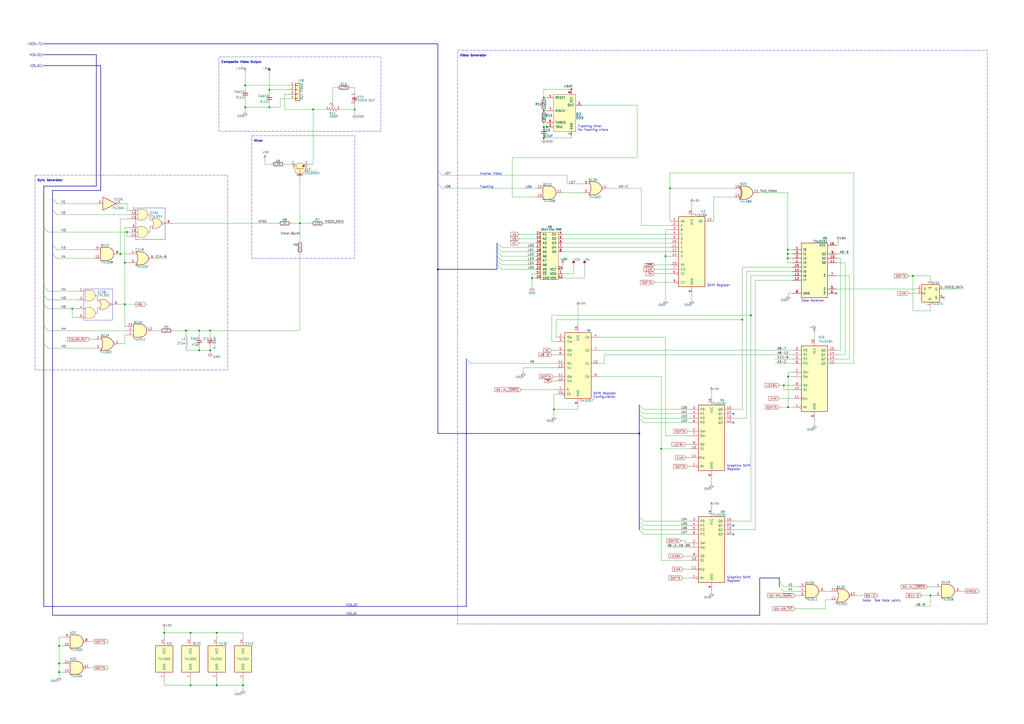
<source format=kicad_sch>
(kicad_sch (version 20230121) (generator eeschema)
  (paper "A2")
  (title_block (title "Apple II Schematic") (rev "0") (comment 1 "Captured from the Apple II Reference Manual (1979)"))
  (junction (at 115.57 203.2))
  (junction (at 315.468 73.66))
  (junction (at 115.57 191.77))
  (junction (at 539.75 345.44))
  (junction (at 142.24 49.53))
  (junction (at 173.99 129.54))
  (junction (at 383.54 260.35))
  (junction (at 140.97 397.51))
  (junction (at 121.92 203.2))
  (junction (at 430.53 185.42))
  (junction (at 69.85 147.32))
  (junction (at 315.468 80.01))
  (junction (at 110.49 397.51))
  (junction (at 457.2 236.22))
  (junction (at 370.84 251.46))
  (junction (at 110.49 367.03))
  (junction (at 254 156.21))
  (junction (at 34.29 384.81))
  (junction (at 529.59 160.02))
  (junction (at 142.24 62.23))
  (junction (at 454.66 223.52))
  (junction (at 456.946 144.78))
  (junction (at 456.946 147.32))
  (junction (at 181.61 63.5))
  (junction (at 308.61 161.29))
  (junction (at 156.21 62.23))
  (junction (at 41.91 179.07))
  (junction (at 73.66 134.62))
  (junction (at 457.2 218.44))
  (junction (at 107.95 191.77))
  (junction (at 435.61 182.88))
  (junction (at 95.25 367.03))
  (junction (at 315.468 56.642))
  (junction (at 34.29 389.89))
  (junction (at 72.39 152.4))
  (junction (at 317.246 73.66))
  (junction (at 331.47 51.816))
  (junction (at 156.21 52.07))
  (junction (at 34.29 374.65))
  (junction (at 125.73 397.51))
  (junction (at 386.08 148.59))
  (junction (at 315.468 64.262))
  (junction (at 456.946 149.86))
  (junction (at 72.39 176.53))
  (junction (at 388.62 109.22))
  (junction (at 321.31 237.49))
  (junction (at 125.73 367.03))
  (junction (at 205.74 63.5))
  (junction (at 121.92 191.77))
  (no_connect (at 425.45 245.11))
  (no_connect (at 425.45 309.88))
  (no_connect (at 425.45 304.8))
  (no_connect (at 425.45 240.03))
  (no_connect (at 485.14 170.18))
  (no_connect (at 547.37 172.72))
  (bus_entry (at 288.29 140.97) (size 2.54 2.54))
  (bus_entry (at 370.84 304.8) (size 2.54 2.54))
  (bus_entry (at 25.4 189.23) (size 2.54 2.54))
  (bus_entry (at 370.84 237.49) (size 2.54 2.54))
  (bus_entry (at 370.84 240.03) (size 2.54 2.54))
  (bus_entry (at 25.4 171.45) (size 2.54 2.54))
  (bus_entry (at 452.12 340.36) (size 2.54 2.54))
  (bus_entry (at 288.29 148.59) (size 2.54 2.54))
  (bus_entry (at 370.84 299.72) (size 2.54 2.54))
  (bus_entry (at 25.4 166.37) (size 2.54 2.54))
  (bus_entry (at 30.48 147.32) (size 2.54 2.54))
  (bus_entry (at 370.84 307.34) (size 2.54 2.54))
  (bus_entry (at 25.4 132.08) (size 2.54 2.54))
  (bus_entry (at 288.29 143.51) (size 2.54 2.54))
  (bus_entry (at 30.48 121.92) (size 2.54 2.54))
  (bus_entry (at 452.12 337.82) (size 2.54 2.54))
  (bus_entry (at 30.48 115.57) (size 2.54 2.54))
  (bus_entry (at 30.48 142.24) (size 2.54 2.54))
  (bus_entry (at 370.84 242.57) (size 2.54 2.54))
  (bus_entry (at 370.84 234.95) (size 2.54 2.54))
  (bus_entry (at 288.29 153.67) (size 2.54 2.54))
  (bus_entry (at 288.29 146.05) (size 2.54 2.54))
  (bus_entry (at 25.4 199.39) (size 2.54 2.54))
  (bus_entry (at 270.51 208.28) (size 2.54 2.54))
  (bus_entry (at 254 99.06) (size 2.54 2.54))
  (bus_entry (at 25.4 176.53) (size 2.54 2.54))
  (bus_entry (at 288.29 151.13) (size 2.54 2.54))
  (bus_entry (at 370.84 302.26) (size 2.54 2.54))
  (bus_entry (at 254 106.68) (size 2.54 2.54))
  (wire (pts (xy 33.02 144.78) (xy 54.61 144.78)))
  (bus (pts (xy 25.4 166.37) (xy 25.4 171.45)))
  (wire (pts (xy 326.39 138.43) (xy 388.62 138.43)))
  (wire (pts (xy 110.49 394.97) (xy 110.49 397.51)))
  (wire (pts (xy 73.66 134.62) (xy 74.93 134.62)))
  (wire (pts (xy 107.95 201.93) (xy 107.95 203.2)))
  (wire (pts (xy 173.99 129.54) (xy 173.99 139.7)))
  (wire (pts (xy 121.92 200.66) (xy 121.92 203.2)))
  (wire (pts (xy 156.21 59.69) (xy 156.21 62.23)))
  (wire (pts (xy 456.946 144.78) (xy 456.946 147.32)))
  (bus (pts (xy 370.84 234.95) (xy 370.84 237.49)))
  (bus (pts (xy 288.29 146.05) (xy 288.29 148.59)))
  (wire (pts (xy 181.61 63.5) (xy 181.61 95.25)))
  (wire (pts (xy 36.83 369.57) (xy 34.29 369.57)))
  (bus (pts (xy 30.48 142.24) (xy 30.48 147.32)))
  (wire (pts (xy 115.57 200.66) (xy 115.57 203.2)))
  (wire (pts (xy 297.18 91.44) (xy 297.18 114.3)))
  (wire (pts (xy 454.66 340.36) (xy 463.55 340.36)))
  (polyline (pts (xy 95.758 138.938) (xy 95.758 120.65)))
  (wire (pts (xy 326.39 146.05) (xy 388.62 146.05)))
  (wire (pts (xy 558.8 167.64) (xy 547.37 167.64)))
  (wire (pts (xy 386.08 133.35) (xy 388.62 133.35)))
  (wire (pts (xy 300.99 138.43) (xy 311.15 138.43)))
  (wire (pts (xy 372.11 130.81) (xy 388.62 130.81)))
  (wire (pts (xy 485.14 142.24) (xy 486.156 142.24)))
  (wire (pts (xy 396.24 330.2) (xy 400.05 330.2)))
  (wire (pts (xy 353.06 109.22) (xy 372.11 109.22)))
  (wire (pts (xy 539.75 345.44) (xy 542.29 345.44)))
  (wire (pts (xy 41.91 184.15) (xy 44.45 184.15)))
  (wire (pts (xy 401.32 173.99) (xy 401.32 171.45)))
  (wire (pts (xy 478.79 353.06) (xy 478.79 347.98)))
  (wire (pts (xy 179.07 95.25) (xy 181.61 95.25)))
  (wire (pts (xy 398.018 265.43) (xy 400.05 265.43)))
  (wire (pts (xy 485.394 147.32) (xy 492.76 147.32)))
  (wire (pts (xy 140.97 394.97) (xy 140.97 397.51)))
  (wire (pts (xy 347.98 203.2) (xy 459.74 203.2)))
  (wire (pts (xy 320.04 182.88) (xy 435.61 182.88)))
  (wire (pts (xy 36.83 374.65) (xy 34.29 374.65)))
  (wire (pts (xy 41.91 179.07) (xy 41.91 184.15)))
  (wire (pts (xy 433.07 242.57) (xy 433.07 157.48)))
  (wire (pts (xy 430.53 154.94) (xy 430.53 185.42)))
  (wire (pts (xy 256.54 101.6) (xy 328.93 101.6)))
  (wire (pts (xy 115.57 203.2) (xy 121.92 203.2)))
  (wire (pts (xy 495.3 100.33) (xy 388.62 100.33)))
  (wire (pts (xy 425.45 242.57) (xy 433.07 242.57)))
  (wire (pts (xy 205.74 50.8) (xy 203.2 50.8)))
  (wire (pts (xy 36.83 389.89) (xy 34.29 389.89)))
  (wire (pts (xy 456.946 152.4) (xy 459.74 152.4)))
  (wire (pts (xy 173.99 191.77) (xy 121.92 191.77)))
  (wire (pts (xy 315.468 79.502) (xy 315.468 80.01)))
  (wire (pts (xy 303.53 213.36) (xy 303.53 215.9)))
  (wire (pts (xy 399.034 270.51) (xy 400.05 270.51)))
  (wire (pts (xy 290.83 148.59) (xy 311.15 148.59)))
  (wire (pts (xy 456.946 144.78) (xy 459.74 144.78)))
  (wire (pts (xy 290.83 151.13) (xy 311.15 151.13)))
  (wire (pts (xy 33.02 149.86) (xy 54.61 149.86)))
  (wire (pts (xy 205.74 60.96) (xy 205.74 63.5)))
  (wire (pts (xy 107.95 191.77) (xy 115.57 191.77)))
  (wire (pts (xy 530.352 351.79) (xy 539.75 351.79)))
  (wire (pts (xy 452.12 223.52) (xy 454.66 223.52)))
  (bus (pts (xy 254 251.46) (xy 370.84 251.46)))
  (wire (pts (xy 414.02 114.3) (xy 414.02 128.27)))
  (wire (pts (xy 492.76 208.28) (xy 492.76 160.02)))
  (wire (pts (xy 337.82 60.96) (xy 369.57 60.96)))
  (wire (pts (xy 34.29 384.81) (xy 34.29 389.89)))
  (wire (pts (xy 142.24 49.53) (xy 167.64 49.53)))
  (wire (pts (xy 534.67 345.44) (xy 539.75 345.44)))
  (wire (pts (xy 394.97 313.69) (xy 397.51 313.69)))
  (wire (pts (xy 142.24 41.91) (xy 142.24 49.53)))
  (wire (pts (xy 95.25 394.97) (xy 95.25 397.51)))
  (wire (pts (xy 373.38 307.34) (xy 400.05 307.34)))
  (bus (pts (xy 25.4 189.23) (xy 25.4 199.39)))
  (bus (pts (xy 440.69 356.87) (xy 30.48 356.87)))
  (wire (pts (xy 308.61 158.75) (xy 308.61 161.29)))
  (wire (pts (xy 95.25 369.57) (xy 95.25 367.03)))
  (wire (pts (xy 396.24 322.58) (xy 400.05 322.58)))
  (wire (pts (xy 317.246 71.12) (xy 317.246 73.66)))
  (wire (pts (xy 69.85 127) (xy 74.93 127)))
  (polyline (pts (xy 48.768 167.64) (xy 65.278 167.64)))
  (wire (pts (xy 379.73 156.21) (xy 388.62 156.21)))
  (wire (pts (xy 425.45 307.34) (xy 438.15 307.34)))
  (wire (pts (xy 401.32 118.11) (xy 401.32 120.65)))
  (bus (pts (xy 288.29 153.67) (xy 288.29 156.21)))
  (wire (pts (xy 388.62 109.22) (xy 425.45 109.22)))
  (wire (pts (xy 167.64 54.61) (xy 165.1 54.61)))
  (wire (pts (xy 495.3 210.82) (xy 495.3 100.33)))
  (wire (pts (xy 72.39 176.53) (xy 72.39 189.23)))
  (bus (pts (xy 254 106.68) (xy 254 156.21)))
  (wire (pts (xy 322.58 185.42) (xy 430.53 185.42)))
  (wire (pts (xy 165.1 95.25) (xy 168.91 95.25)))
  (wire (pts (xy 256.54 109.22) (xy 311.15 109.22)))
  (wire (pts (xy 457.2 171.196) (xy 457.2 170.18)))
  (wire (pts (xy 95.25 364.49) (xy 95.25 367.03)))
  (wire (pts (xy 110.49 397.51) (xy 125.73 397.51)))
  (wire (pts (xy 311.15 158.75) (xy 308.61 158.75)))
  (wire (pts (xy 115.57 191.77) (xy 121.92 191.77)))
  (wire (pts (xy 383.54 260.35) (xy 400.05 260.35)))
  (wire (pts (xy 388.62 128.27) (xy 388.62 109.22)))
  (wire (pts (xy 181.61 63.5) (xy 189.23 63.5)))
  (wire (pts (xy 379.73 153.67) (xy 388.62 153.67)))
  (bus (pts (xy 370.84 299.72) (xy 370.84 302.26)))
  (wire (pts (xy 487.68 149.86) (xy 487.68 203.2)))
  (wire (pts (xy 326.39 153.67) (xy 326.39 156.21)))
  (wire (pts (xy 529.59 180.34) (xy 529.59 160.02)))
  (wire (pts (xy 398.018 257.81) (xy 400.05 257.81)))
  (wire (pts (xy 456.946 144.78) (xy 456.946 111.76)))
  (wire (pts (xy 162.56 57.15) (xy 167.64 57.15)))
  (wire (pts (xy 478.79 342.9) (xy 481.33 342.9)))
  (wire (pts (xy 72.39 194.31) (xy 73.66 194.31)))
  (polyline (pts (xy 95.758 120.65) (xy 78.74 120.65)))
  (wire (pts (xy 386.08 148.59) (xy 386.08 173.99)))
  (wire (pts (xy 331.47 51.816) (xy 331.47 52.324)))
  (wire (pts (xy 369.57 60.96) (xy 369.57 91.44)))
  (wire (pts (xy 125.73 367.03) (xy 125.73 369.57)))
  (wire (pts (xy 142.24 62.23) (xy 156.21 62.23)))
  (wire (pts (xy 459.74 147.32) (xy 456.946 147.32)))
  (wire (pts (xy 27.94 179.07) (xy 41.91 179.07)))
  (wire (pts (xy 433.07 157.48) (xy 459.74 157.48)))
  (wire (pts (xy 320.04 220.98) (xy 322.58 220.98)))
  (wire (pts (xy 539.75 160.02) (xy 539.75 162.56)))
  (wire (pts (xy 290.83 143.51) (xy 311.15 143.51)))
  (wire (pts (xy 485.394 152.4) (xy 490.22 152.4)))
  (wire (pts (xy 187.96 129.54) (xy 199.39 129.54)))
  (wire (pts (xy 153.67 92.71) (xy 153.67 95.25)))
  (bus (pts (xy 254 156.21) (xy 288.29 156.21)))
  (wire (pts (xy 496.57 345.44) (xy 501.65 345.44)))
  (wire (pts (xy 435.61 160.02) (xy 459.74 160.02)))
  (wire (pts (xy 321.31 228.6) (xy 322.58 228.6)))
  (wire (pts (xy 156.21 41.91) (xy 156.21 52.07)))
  (wire (pts (xy 69.85 127) (xy 69.85 147.32)))
  (wire (pts (xy 456.946 149.86) (xy 459.74 149.86)))
  (wire (pts (xy 27.94 168.91) (xy 44.45 168.91)))
  (wire (pts (xy 430.53 237.49) (xy 425.45 237.49)))
  (wire (pts (xy 326.39 111.76) (xy 337.82 111.76)))
  (wire (pts (xy 539.75 177.8) (xy 539.75 180.34)))
  (bus (pts (xy 25.4 132.08) (xy 25.4 166.37)))
  (wire (pts (xy 140.97 397.51) (xy 140.97 400.05)))
  (wire (pts (xy 205.74 50.8) (xy 205.74 53.34)))
  (wire (pts (xy 383.54 218.44) (xy 383.54 260.35)))
  (wire (pts (xy 173.99 102.87) (xy 173.99 129.54)))
  (wire (pts (xy 162.56 57.15) (xy 162.56 62.23)))
  (wire (pts (xy 69.85 176.53) (xy 72.39 176.53)))
  (wire (pts (xy 34.29 369.57) (xy 34.29 374.65)))
  (wire (pts (xy 438.15 162.56) (xy 459.74 162.56)))
  (wire (pts (xy 100.33 129.54) (xy 161.29 129.54)))
  (bus (pts (xy 25.4 25.4) (xy 254 25.4)))
  (polyline (pts (xy 78.74 120.65) (xy 78.74 138.938)))
  (wire (pts (xy 478.79 347.98) (xy 481.33 347.98)))
  (bus (pts (xy 254 99.06) (xy 254 106.68)))
  (bus (pts (xy 370.84 302.26) (xy 370.84 304.8)))
  (bus (pts (xy 58.42 38.1) (xy 58.42 110.49)))
  (wire (pts (xy 156.21 52.07) (xy 167.64 52.07)))
  (wire (pts (xy 457.2 236.22) (xy 459.74 236.22)))
  (wire (pts (xy 328.93 106.68) (xy 328.93 101.6)))
  (wire (pts (xy 153.67 95.25) (xy 157.48 95.25)))
  (wire (pts (xy 121.92 203.2) (xy 121.92 204.47)))
  (wire (pts (xy 539.75 180.34) (xy 529.59 180.34)))
  (wire (pts (xy 110.49 367.03) (xy 110.49 369.57)))
  (wire (pts (xy 386.08 195.58) (xy 386.08 252.73)))
  (wire (pts (xy 485.14 167.64) (xy 532.13 167.64)))
  (wire (pts (xy 435.61 160.02) (xy 435.61 182.88)))
  (wire (pts (xy 195.58 50.8) (xy 193.04 50.8)))
  (wire (pts (xy 457.2 218.44) (xy 459.74 218.44)))
  (bus (pts (xy 370.84 242.57) (xy 370.84 251.46)))
  (wire (pts (xy 308.61 161.29) (xy 311.15 161.29)))
  (wire (pts (xy 386.08 252.73) (xy 400.05 252.73)))
  (wire (pts (xy 383.54 260.35) (xy 383.54 325.12)))
  (wire (pts (xy 71.12 118.11) (xy 73.66 118.11)))
  (wire (pts (xy 373.38 302.26) (xy 400.05 302.26)))
  (wire (pts (xy 72.39 189.23) (xy 73.66 189.23)))
  (wire (pts (xy 73.66 121.92) (xy 74.93 121.92)))
  (bus (pts (xy 30.48 121.92) (xy 30.48 142.24)))
  (wire (pts (xy 347.98 210.82) (xy 350.52 210.82)))
  (wire (pts (xy 373.38 304.8) (xy 400.05 304.8)))
  (wire (pts (xy 335.28 177.8) (xy 335.28 187.96)))
  (wire (pts (xy 454.66 342.9) (xy 463.55 342.9)))
  (polyline (pts (xy 48.514 185.674) (xy 48.514 167.64)))
  (wire (pts (xy 69.85 147.32) (xy 74.93 147.32)))
  (wire (pts (xy 125.73 397.51) (xy 140.97 397.51)))
  (wire (pts (xy 412.75 278.13) (xy 412.75 280.67)))
  (wire (pts (xy 72.39 132.08) (xy 72.39 152.4)))
  (wire (pts (xy 320.04 205.74) (xy 322.58 205.74)))
  (wire (pts (xy 322.58 195.58) (xy 322.58 185.42)))
  (wire (pts (xy 369.57 91.44) (xy 297.18 91.44)))
  (wire (pts (xy 449.58 210.82) (xy 459.74 210.82)))
  (bus (pts (xy 30.48 115.57) (xy 30.48 110.49)))
  (wire (pts (xy 397.51 314.96) (xy 400.05 314.96)))
  (wire (pts (xy 321.056 218.44) (xy 322.58 218.44)))
  (bus (pts (xy 288.29 148.59) (xy 288.29 151.13)))
  (wire (pts (xy 485.14 210.82) (xy 495.3 210.82)))
  (wire (pts (xy 72.39 199.39) (xy 72.39 194.31)))
  (bus (pts (xy 30.48 110.49) (xy 58.42 110.49)))
  (wire (pts (xy 459.74 205.74) (xy 350.52 205.74)))
  (wire (pts (xy 457.2 218.44) (xy 457.2 236.22)))
  (wire (pts (xy 440.69 111.76) (xy 456.946 111.76)))
  (bus (pts (xy 25.4 107.95) (xy 25.4 132.08)))
  (wire (pts (xy 308.61 161.29) (xy 308.61 166.37)))
  (wire (pts (xy 107.95 191.77) (xy 107.95 194.31)))
  (wire (pts (xy 386.08 148.59) (xy 388.62 148.59)))
  (wire (pts (xy 115.57 191.77) (xy 115.57 195.58)))
  (wire (pts (xy 472.44 193.04) (xy 472.44 195.58)))
  (wire (pts (xy 400.05 325.12) (xy 383.54 325.12)))
  (wire (pts (xy 379.73 163.83) (xy 388.62 163.83)))
  (wire (pts (xy 273.05 210.82) (xy 322.58 210.82)))
  (wire (pts (xy 90.17 149.86) (xy 96.774 149.86)))
  (wire (pts (xy 372.11 109.22) (xy 372.11 130.81)))
  (bus (pts (xy 25.4 171.45) (xy 25.4 176.53)))
  (wire (pts (xy 315.468 73.66) (xy 315.468 71.882)))
  (bus (pts (xy 370.84 251.46) (xy 370.84 299.72)))
  (wire (pts (xy 332.74 158.75) (xy 332.74 153.67)))
  (wire (pts (xy 449.58 208.28) (xy 459.74 208.28)))
  (wire (pts (xy 54.61 372.11) (xy 52.07 372.11)))
  (wire (pts (xy 95.25 397.51) (xy 110.49 397.51)))
  (bus (pts (xy 25.4 31.75) (xy 55.88 31.75)))
  (wire (pts (xy 435.61 182.88) (xy 435.61 302.26)))
  (wire (pts (xy 527.05 160.02) (xy 529.59 160.02)))
  (wire (pts (xy 527.05 170.18) (xy 532.13 170.18)))
  (wire (pts (xy 290.83 153.67) (xy 311.15 153.67)))
  (wire (pts (xy 165.1 54.61) (xy 165.1 63.5)))
  (wire (pts (xy 317.246 73.66) (xy 315.468 73.66)))
  (wire (pts (xy 430.53 154.94) (xy 459.74 154.94)))
  (wire (pts (xy 373.38 237.49) (xy 400.05 237.49)))
  (wire (pts (xy 33.02 124.46) (xy 74.93 124.46)))
  (wire (pts (xy 430.53 185.42) (xy 430.53 237.49)))
  (wire (pts (xy 73.66 134.62) (xy 73.66 137.16)))
  (bus (pts (xy 370.84 304.8) (xy 370.84 307.34)))
  (wire (pts (xy 339.09 161.29) (xy 339.09 153.67)))
  (wire (pts (xy 454.66 223.52) (xy 459.74 223.52)))
  (bus (pts (xy 30.48 115.57) (xy 30.48 121.92)))
  (wire (pts (xy 69.85 199.39) (xy 72.39 199.39)))
  (wire (pts (xy 412.75 227.33) (xy 412.75 229.87)))
  (wire (pts (xy 414.02 114.3) (xy 425.45 114.3)))
  (wire (pts (xy 459.74 215.9) (xy 457.2 215.9)))
  (polyline (pts (xy 78.74 138.938) (xy 95.758 138.938)))
  (wire (pts (xy 142.24 57.15) (xy 142.24 62.23)))
  (wire (pts (xy 347.98 218.44) (xy 383.54 218.44)))
  (wire (pts (xy 335.28 237.49) (xy 335.28 236.22)))
  (wire (pts (xy 461.264 353.06) (xy 478.79 353.06)))
  (wire (pts (xy 328.93 106.68) (xy 337.82 106.68)))
  (wire (pts (xy 72.39 176.53) (xy 78.74 176.53)))
  (bus (pts (xy 370.84 237.49) (xy 370.84 240.03)))
  (wire (pts (xy 52.07 196.85) (xy 54.61 196.85)))
  (wire (pts (xy 72.39 132.08) (xy 74.93 132.08)))
  (wire (pts (xy 320.04 198.12) (xy 322.58 198.12)))
  (wire (pts (xy 315.468 56.642) (xy 317.246 56.642)))
  (wire (pts (xy 315.468 74.422) (xy 315.468 73.66)))
  (wire (pts (xy 461.264 345.44) (xy 463.55 345.44)))
  (wire (pts (xy 300.99 135.89) (xy 311.15 135.89)))
  (wire (pts (xy 537.972 340.36) (xy 542.29 340.36)))
  (wire (pts (xy 34.29 374.65) (xy 34.29 384.81)))
  (wire (pts (xy 350.52 205.74) (xy 350.52 210.82)))
  (wire (pts (xy 142.24 49.53) (xy 142.24 52.07)))
  (wire (pts (xy 331.47 80.01) (xy 331.47 78.74)))
  (wire (pts (xy 303.53 213.36) (xy 322.58 213.36)))
  (wire (pts (xy 142.24 62.23) (xy 142.24 64.77)))
  (bus (pts (xy 288.29 151.13) (xy 288.29 153.67)))
  (wire (pts (xy 290.83 146.05) (xy 311.15 146.05)))
  (wire (pts (xy 27.94 173.99) (xy 44.45 173.99)))
  (wire (pts (xy 326.39 158.75) (xy 332.74 158.75)))
  (wire (pts (xy 457.2 215.9) (xy 457.2 218.44)))
  (wire (pts (xy 34.29 389.89) (xy 34.29 392.43)))
  (wire (pts (xy 485.14 203.2) (xy 487.68 203.2)))
  (wire (pts (xy 490.22 152.4) (xy 490.22 205.74)))
  (wire (pts (xy 456.946 149.86) (xy 456.946 152.4)))
  (wire (pts (xy 196.85 63.5) (xy 205.74 63.5)))
  (bus (pts (xy 440.69 335.28) (xy 440.69 356.87)))
  (wire (pts (xy 457.2 170.18) (xy 459.74 170.18)))
  (wire (pts (xy 168.91 129.54) (xy 173.99 129.54)))
  (wire (pts (xy 452.12 231.14) (xy 459.74 231.14)))
  (bus (pts (xy 55.88 31.75) (xy 55.88 107.95)))
  (wire (pts (xy 156.21 54.61) (xy 156.21 52.07)))
  (wire (pts (xy 459.74 226.06) (xy 454.66 226.06)))
  (wire (pts (xy 373.38 245.11) (xy 400.05 245.11)))
  (wire (pts (xy 379.73 158.75) (xy 388.62 158.75)))
  (wire (pts (xy 72.39 152.4) (xy 72.39 176.53)))
  (wire (pts (xy 41.91 179.07) (xy 44.45 179.07)))
  (bus (pts (xy 25.4 38.1) (xy 58.42 38.1)))
  (wire (pts (xy 290.83 156.21) (xy 311.15 156.21)))
  (wire (pts (xy 193.04 50.8) (xy 193.04 59.69)))
  (wire (pts (xy 397.51 313.69) (xy 397.51 314.96)))
  (wire (pts (xy 173.99 129.54) (xy 180.34 129.54)))
  (polyline (pts (xy 65.278 185.674) (xy 48.514 185.674)))
  (wire (pts (xy 412.75 343.662) (xy 412.75 342.9)))
  (wire (pts (xy 438.15 307.34) (xy 438.15 162.56)))
  (bus (pts (xy 270.51 351.79) (xy 25.4 351.79)))
  (wire (pts (xy 452.12 236.22) (xy 457.2 236.22)))
  (bus (pts (xy 254 156.21) (xy 254 251.46)))
  (wire (pts (xy 88.9 191.77) (xy 92.71 191.77)))
  (wire (pts (xy 529.59 160.02) (xy 539.75 160.02)))
  (wire (pts (xy 388.62 100.33) (xy 388.62 109.22)))
  (wire (pts (xy 315.468 80.01) (xy 331.47 80.01)))
  (wire (pts (xy 454.66 223.52) (xy 454.66 226.06)))
  (wire (pts (xy 320.04 203.2) (xy 322.58 203.2)))
  (wire (pts (xy 33.02 118.11) (xy 55.88 118.11)))
  (wire (pts (xy 302.26 226.06) (xy 322.58 226.06)))
  (wire (pts (xy 485.394 149.86) (xy 487.68 149.86)))
  (wire (pts (xy 72.39 152.4) (xy 74.93 152.4)))
  (wire (pts (xy 347.98 195.58) (xy 386.08 195.58)))
  (bus (pts (xy 288.29 143.51) (xy 288.29 146.05)))
  (wire (pts (xy 386.08 148.59) (xy 386.08 133.35)))
  (bus (pts (xy 452.12 335.28) (xy 440.69 335.28)))
  (wire (pts (xy 539.75 345.44) (xy 539.75 351.79)))
  (wire (pts (xy 73.66 118.11) (xy 73.66 121.92)))
  (bus (pts (xy 25.4 176.53) (xy 25.4 189.23)))
  (wire (pts (xy 36.83 384.81) (xy 34.29 384.81)))
  (wire (pts (xy 315.468 51.816) (xy 315.468 56.642)))
  (wire (pts (xy 27.94 191.77) (xy 73.66 191.77)))
  (wire (pts (xy 373.38 242.57) (xy 400.05 242.57)))
  (bus (pts (xy 370.84 240.03) (xy 370.84 242.57)))
  (bus (pts (xy 270.51 208.28) (xy 270.51 351.79)))
  (bus (pts (xy 254 25.4) (xy 254 99.06)))
  (wire (pts (xy 173.99 147.32) (xy 173.99 191.77)))
  (wire (pts (xy 140.97 367.03) (xy 140.97 369.57)))
  (wire (pts (xy 110.49 367.03) (xy 125.73 367.03)))
  (wire (pts (xy 456.946 147.32) (xy 456.946 149.86)))
  (wire (pts (xy 205.74 66.04) (xy 205.74 63.5)))
  (wire (pts (xy 326.39 135.89) (xy 388.62 135.89)))
  (wire (pts (xy 165.1 63.5) (xy 181.61 63.5)))
  (wire (pts (xy 373.38 240.03) (xy 400.05 240.03)))
  (wire (pts (xy 315.468 64.262) (xy 317.246 64.262)))
  (wire (pts (xy 27.94 201.93) (xy 54.61 201.93)))
  (bus (pts (xy 25.4 107.95) (xy 55.88 107.95)))
  (bus (pts (xy 288.29 140.97) (xy 288.29 143.51)))
  (wire (pts (xy 472.44 243.84) (xy 472.44 246.38)))
  (wire (pts (xy 486.156 142.24) (xy 486.156 139.954)))
  (wire (pts (xy 321.31 237.49) (xy 321.31 241.3)))
  (wire (pts (xy 399.034 250.19) (xy 400.05 250.19)))
  (wire (pts (xy 492.76 160.02) (xy 485.14 160.02)))
  (wire (pts (xy 156.21 62.23) (xy 162.56 62.23)))
  (wire (pts (xy 321.31 228.6) (xy 321.31 237.49)))
  (wire (pts (xy 412.75 293.878) (xy 412.75 294.64)))
  (wire (pts (xy 100.33 191.77) (xy 107.95 191.77)))
  (wire (pts (xy 485.14 208.28) (xy 492.76 208.28)))
  (bus (pts (xy 452.12 335.28) (xy 452.12 337.82)))
  (wire (pts (xy 435.61 302.26) (xy 425.45 302.26)))
  (wire (pts (xy 373.38 309.88) (xy 400.05 309.88)))
  (wire (pts (xy 320.04 198.12) (xy 320.04 182.88)))
  (wire (pts (xy 95.25 367.03) (xy 110.49 367.03)))
  (wire (pts (xy 326.39 161.29) (xy 339.09 161.29)))
  (bus (pts (xy 452.12 337.82) (xy 452.12 340.36)))
  (wire (pts (xy 387.096 317.5) (xy 400.05 317.5)))
  (wire (pts (xy 321.31 237.49) (xy 335.28 237.49)))
  (wire (pts (xy 315.468 80.01) (xy 315.468 80.518)))
  (wire (pts (xy 54.61 387.35) (xy 52.07 387.35)))
  (wire (pts (xy 326.39 140.97) (xy 388.62 140.97)))
  (wire (pts (xy 485.14 205.74) (xy 490.22 205.74)))
  (polyline (pts (xy 65.278 167.64) (xy 65.278 185.674)))
  (wire (pts (xy 27.94 134.62) (xy 73.66 134.62)))
  (wire (pts (xy 315.468 51.816) (xy 331.47 51.816)))
  (wire (pts (xy 560.07 342.9) (xy 557.53 342.9)))
  (wire (pts (xy 396.24 335.28) (xy 400.05 335.28)))
  (wire (pts (xy 125.73 394.97) (xy 125.73 397.51)))
  (wire (pts (xy 297.18 114.3) (xy 311.15 114.3)))
  (bus (pts (xy 30.48 356.87) (xy 30.48 147.32)))
  (wire (pts (xy 74.93 137.16) (xy 73.66 137.16)))
  (wire (pts (xy 107.95 203.2) (xy 115.57 203.2)))
  (bus (pts (xy 25.4 351.79) (xy 25.4 199.39)))
  (wire (pts (xy 125.73 367.03) (xy 140.97 367.03)))
  (wire (pts (xy 121.92 195.58) (xy 121.92 191.77)))
  (wire (pts (xy 300.99 140.97) (xy 311.15 140.97)))
  (wire (pts (xy 326.39 143.51) (xy 388.62 143.51)))
  (rectangle (start 20.32 101.6) (end 132.08 214.63) (stroke (width 0) (type dash)))
  (rectangle (start 146.05 78.74) (end 205.74 149.86) (stroke (width 0) (type dash)))
  (rectangle (start 265.43 29.21) (end 572.77 361.95) (stroke (width 0) (type dash)))
  (rectangle (start 127 33.02) (end 220.98 76.2) (stroke (width 0) (type dash)))
  (text "LD7" (at 330.2 106.68 0) (effects (font (size 1.27 1.27)) (justify left bottom)))
  (text "Graphics Shift\nRegister" (at 421.64 337.82 0) (effects (font (size 1.27 1.27)) (justify left bottom)))
  (text "Composite Video Output" (at 128.27 36.83 0) (effects (font (size 1.27 1.27) (thickness 0.254) bold) (justify left bottom)))
  (text "Inverse Video" (at 278.13 101.6 0) (effects (font (size 1.27 1.27)) (justify left bottom)))
  (text "Flashing timer\nfor flashing chars" (at 335.28 76.2 0) (effects (font (size 1.27 1.27)) (justify left bottom)))
  (text "Graphics Shift\nRegister" (at 421.64 273.05 0) (effects (font (size 1.27 1.27)) (justify left bottom)))
  (text "Note:  See Data Latch." (at 500.38 349.25 0) (effects (font (size 1.27 1.27)) (justify left bottom)))
  (text "Sync Generator" (at 21.59 105.41 0) (effects (font (size 1.27 1.27) bold) (justify left bottom)))
  (text "Flashing" (at 278.13 109.22 0) (effects (font (size 1.27 1.27)) (justify left bottom)))
  (text "Mixer" (at 147.32 82.55 0) (effects (font (size 1.27 1.27) bold) (justify left bottom)))
  (text "H[0..5]" (at 200.66 351.79 0) (effects (font (size 1.27 1.27)) (justify left bottom)))
  (text "Data Selector" (at 464.82 175.26 0) (effects (font (size 1.27 1.27)) (justify left bottom)))
  (text "LD6" (at 304.8 109.22 0) (effects (font (size 1.27 1.27)) (justify left bottom)))
  (text "Shift Register" (at 410.21 166.37 0) (effects (font (size 1.27 1.27)) (justify left bottom)))
  (text "Video Generator" (at 266.7 33.02 0) (effects (font (size 1.27 1.27) bold) (justify left bottom)))
  (text "V[0..5]" (at 200.66 356.87 0) (effects (font (size 1.27 1.27)) (justify left bottom)))
  (text "Shift Register\nConfiguration" (at 344.17 231.14 0) (effects (font (size 1.27 1.27)) (justify left bottom)))
  (label "LD0" (at 394.97 237.49 0))
  (label "LD6" (at 394.97 307.34 0))
  (label "H4" (at 35.56 168.91 0))
  (label "A8-3-A9-B9" (at 387.096 317.5 0))
  (label "V4" (at 457.2 342.9 0))
  (label "Color_Burst" (at 173.99 136.398 180))
  (label "H5" (at 35.56 179.07 0))
  (label "LD1" (at 394.97 240.03 0))
  (label "H3" (at 35.56 173.99 0))
  (label "LD4" (at 306.07 153.67 0))
  (label "LD5" (at 306.07 156.21 0))
  (label "A3-2" (at 450.85 210.82 0))
  (label "LD1" (at 306.07 146.05 0))
  (label "LD4" (at 394.97 302.26 0))
  (label "C14-6" (at 450.85 208.28 0))
  (label "H0" (at 307.34 210.82 0))
  (label "H4" (at 35.56 191.77 0))
  (label "A9-9" (at 492.252 147.32 180))
  (label "VIDEO_DATA" (at 199.39 129.54 180))
  (label "V1" (at 35.56 118.11 0))
  (label "LD2" (at 306.07 148.59 0))
  (label "H2" (at 35.56 201.93 0))
  (label "Text_Video" (at 440.69 111.76 0))
  (label "A9-9" (at 536.702 351.79 180))
  (label "H3" (at 35.56 134.62 0))
  (label "A8-12" (at 450.85 205.74 0))
  (label "C14-6" (at 96.774 149.86 180))
  (label "V2" (at 457.2 340.36 0))
  (label "LD7" (at 257.81 101.6 0))
  (label "V3" (at 35.56 144.78 0))
  (label "LD3" (at 394.97 245.11 0))
  (label "A3-2" (at 358.902 109.22 0))
  (label "V2" (at 35.56 124.46 0))
  (label "V4" (at 35.56 149.86 0))
  (label "LD2" (at 394.97 242.57 0))
  (label "SYNC" (at 149.86 129.54 0))
  (label "A8-7" (at 450.85 203.2 0))
  (label "LD0" (at 306.07 143.51 0))
  (label "LD3" (at 306.07 151.13 0))
  (label "LD6" (at 257.81 109.22 0))
  (label "LD5" (at 394.97 304.8 0))
  (label "LD7" (at 394.97 309.88 0))
  (label "VIDEO_DATA" (at 558.8 167.64 180))
  (global_label "14M" (shape input) (at 379.73 156.21 180) (property "Intersheetrefs" "${INTERSHEET_REFS}" (effects hide)))
  (global_label "SOFT5" (shape input) (at 321.056 218.44 180) (property "Intersheetrefs" "${INTERSHEET_REFS}" (effects hide)))
  (global_label "SS-HI_~{LORES}" (shape input) (at 537.972 340.36 180) (property "Intersheetrefs" "${INTERSHEET_REFS}" (effects hide)))
  (global_label "7M" (shape input) (at 379.73 158.75 180) (property "Intersheetrefs" "${INTERSHEET_REFS}" (effects hide)))
  (global_label "14M" (shape input) (at 527.05 170.18 180) (property "Intersheetrefs" "${INTERSHEET_REFS}" (effects hide)))
  (global_label "SOFT5" (shape input) (at 394.97 313.69 180) (property "Intersheetrefs" "${INTERSHEET_REFS}" (effects hide)))
  (global_label "VA" (shape input) (at 300.99 135.89 180) (property "Intersheetrefs" "${INTERSHEET_REFS}" (effects hide)))
  (global_label "VC" (shape input) (at 320.04 203.2 180) (property "Intersheetrefs" "${INTERSHEET_REFS}" (effects hide)))
  (global_label "SOFT5" (shape input) (at 452.12 236.22 180) (property "Intersheetrefs" "${INTERSHEET_REFS}" (effects hide)))
  (global_label "SS-Mix_~{NoMix}" (shape input) (at 461.264 345.44 180) (property "Intersheetrefs" "${INTERSHEET_REFS}" (effects hide)))
  (global_label "LD194" (shape input) (at 452.12 223.52 180) (property "Intersheetrefs" "${INTERSHEET_REFS}" (effects hide)))
  (global_label "B5-3" (shape output) (at 501.65 345.44 0) (property "Intersheetrefs" "${INTERSHEET_REFS}" (effects hide)))
  (global_label "14M" (shape input) (at 396.24 330.2 180) (property "Intersheetrefs" "${INTERSHEET_REFS}" (effects hide)))
  (global_label "VC" (shape input) (at 300.99 140.97 180) (property "Intersheetrefs" "${INTERSHEET_REFS}" (effects hide)))
  (global_label "HIRES" (shape output) (at 560.07 342.9 0) (property "Intersheetrefs" "${INTERSHEET_REFS}" (effects hide)))
  (global_label "SS-GR_~{TXT}" (shape input) (at 461.264 353.06 180) (property "Intersheetrefs" "${INTERSHEET_REFS}" (effects hide)))
  (global_label "LD194" (shape input) (at 398.018 257.81 180) (property "Intersheetrefs" "${INTERSHEET_REFS}" (effects hide)))
  (global_label "A8-6" (shape input) (at 320.04 205.74 180) (property "Intersheetrefs" "${INTERSHEET_REFS}" (effects hide)))
  (global_label "14M" (shape input) (at 452.12 231.14 180) (property "Intersheetrefs" "${INTERSHEET_REFS}" (effects hide)))
  (global_label "COLOR_REF" (shape input) (at 52.07 196.85 180) (property "Intersheetrefs" "${INTERSHEET_REFS}" (effects hide)))
  (global_label "SOFT5" (shape input) (at 379.73 163.83 180) (property "Intersheetrefs" "${INTERSHEET_REFS}" (effects hide)))
  (global_label "SOFT5" (shape input) (at 396.24 335.28 180) (property "Intersheetrefs" "${INTERSHEET_REFS}" (effects hide)))
  (global_label "~{7M}" (shape input) (at 320.04 220.98 180) (effects (font (size 0.9906 0.9906))) (property "Intersheetrefs" "${INTERSHEET_REFS}" (effects hide)))
  (global_label "B11-5" (shape input) (at 534.67 345.44 180) (property "Intersheetrefs" "${INTERSHEET_REFS}" (effects hide)))
  (global_label "14M" (shape input) (at 398.018 265.43 180) (property "Intersheetrefs" "${INTERSHEET_REFS}" (effects hide)))
  (global_label "HBL" (shape output) (at 78.74 176.53 0) (property "Intersheetrefs" "${INTERSHEET_REFS}" (effects hide)))
  (global_label "SOFT5" (shape input) (at 399.034 270.51 180) (property "Intersheetrefs" "${INTERSHEET_REFS}" (effects hide)))
  (global_label "LD194" (shape input) (at 396.24 322.58 180) (property "Intersheetrefs" "${INTERSHEET_REFS}" (effects hide)))
  (global_label "~{LDPS}" (shape input) (at 379.73 153.67 180) (effects (font (size 0.9906 0.9906))) (property "Intersheetrefs" "${INTERSHEET_REFS}" (effects hide)))
  (global_label "VB" (shape input) (at 300.99 138.43 180) (property "Intersheetrefs" "${INTERSHEET_REFS}" (effects hide)))
  (global_label "SS-HI_~{LORES}" (shape input) (at 302.26 226.06 180) (property "Intersheetrefs" "${INTERSHEET_REFS}" (effects hide)))
  (global_label "SOFT5" (shape input) (at 527.05 160.02 180) (property "Intersheetrefs" "${INTERSHEET_REFS}" (effects hide)))
  (global_label "SOFT5" (shape input) (at 399.034 250.19 180) (property "Intersheetrefs" "${INTERSHEET_REFS}" (effects hide)))
  (global_label "SOFT5" (shape output) (at 54.61 387.35 0) (property "Intersheetrefs" "${INTERSHEET_REFS}" (effects hide)))
  (global_label "SOFT5" (shape output) (at 54.61 372.11 0) (property "Intersheetrefs" "${INTERSHEET_REFS}" (effects hide)))
  (hierarchical_label "H[0..5]" (shape input) (at 25.4 31.75 180))
  (hierarchical_label "V[0..5]" (shape input) (at 25.4 38.1 180))
  (hierarchical_label "LD[0..7]" (shape input) (at 25.4 25.4 180))
  (symbol (lib_id "74xx:74LS00") (at 44.45 372.11 0) (unit 3)
    (property "Reference" "A2" (at 42.418 367.03 0))
    (property "Value" "74LS00" (at 44.196 376.936 0))
    (property "Footprint" "Apple:DIP-14_W7.62mm" (effects hide))
    (property "Datasheet" "http://www.ti.com/lit/gpn/sn74ls00" (effects hide))
  )
  (symbol (lib_id "74xx:74LS00") (at 44.45 387.35 0) (unit 4)
    (property "Reference" "A2" (at 42.418 382.27 0))
    (property "Value" "74LS00" (at 44.196 392.176 0))
    (property "Footprint" "Apple:DIP-14_W7.62mm" (effects hide))
    (property "Datasheet" "http://www.ti.com/lit/gpn/sn74ls00" (effects hide))
  )
  (symbol (lib_id "power:+5V") (at 401.32 118.11 0) (unit 1)
    (property "Reference" "#PWR0301" (effects hide))
    (property "Value" "+5V" (at 403.86 116.332 0))
  )
  (symbol (lib_id "AppleII+:2513") (at 318.77 140.97 0) (unit 1)
    (property "Reference" "A5" (at 319.024 131.572 0))
    (property "Value" "2513 Char ROM" (at 319.786 133.096 0) (effects (font (size 0.9906 0.9906))))
    (property "Footprint" "Apple:DIP-24_W15.24mm" (effects hide))
  )
  (symbol (lib_id "power:GND") (at 308.61 166.37 0) (unit 1)
    (property "Reference" "#PWR0302" (effects hide))
    (property "Value" "GND" (at 308.61 169.926 0))
  )
  (symbol (lib_id "power:-5V") (at 339.09 153.67 0) (unit 1)
    (property "Reference" "#PWR0303" (effects hide))
    (property "Value" "-5V" (at 340.106 150.622 0))
  )
  (symbol (lib_id "power:-12V") (at 332.74 153.67 0) (unit 1)
    (property "Reference" "#PWR0304" (effects hide))
    (property "Value" "-12V" (at 334.01 150.622 0))
  )
  (symbol (lib_id "power:+5V") (at 326.39 153.67 0) (unit 1)
    (property "Reference" "#PWR0305" (effects hide))
    (property "Value" "+5V" (at 327.152 150.368 0))
  )
  (symbol (lib_id "power:GND") (at 386.08 173.99 0) (unit 1)
    (property "Reference" "#PWR0306" (effects hide))
    (property "Value" "GND" (at 383.794 176.784 0))
  )
  (symbol (lib_id "power:GND") (at 401.32 173.99 0) (unit 1)
    (property "Reference" "#PWR0307" (effects hide))
    (property "Value" "GND" (at 399.034 176.784 0))
  )
  (symbol (lib_id "AppleII+:74LS151") (at 472.44 152.4 0) (unit 1)
    (property "Reference" "A9" (at 479.806 138.176 0) (effects (justify right)))
    (property "Value" "74LS151" (at 480.06 139.954 0) (effects (justify right)))
    (property "Footprint" "Apple:DIP-16_W7.62mm" (effects hide))
    (property "Datasheet" "http://www.ti.com/lit/gpn/sn74LS151" (effects hide))
  )
  (symbol (lib_id "power:GND") (at 321.31 241.3 0) (unit 1)
    (property "Reference" "#PWR0308" (effects hide))
    (property "Value" "GND" (at 319.024 244.094 0))
  )
  (symbol (lib_id "power:GND") (at 412.75 280.67 0) (unit 1)
    (property "Reference" "#PWR0309" (effects hide))
    (property "Value" "GND" (at 410.464 283.464 0))
  )
  (symbol (lib_id "power:GND") (at 457.2 171.196 0) (unit 1)
    (property "Reference" "#PWR0311" (effects hide))
    (property "Value" "GND" (at 454.914 173.99 0))
  )
  (symbol (lib_id "power:+5V") (at 335.28 177.8 0) (unit 1)
    (property "Reference" "#PWR0312" (effects hide))
    (property "Value" "+5V" (at 337.82 176.022 0))
  )
  (symbol (lib_id "power:+5V") (at 412.75 227.33 0) (unit 1)
    (property "Reference" "#PWR0313" (effects hide))
    (property "Value" "+5V" (at 415.29 225.552 0))
  )
  (symbol (lib_id "Device:R") (at 96.52 191.77 90) (unit 1)
    (property "Reference" "R5" (at 96.52 189.738 90))
    (property "Value" "1K" (at 96.52 191.77 90))
  )
  (symbol (lib_id "Device:L") (at 107.95 198.12 0) (unit 1)
    (property "Reference" "L1" (at 105.41 196.596 0) (effects (justify left)))
    (property "Value" "27uH" (at 102.616 199.136 0) (effects (justify left)))
  )
  (symbol (lib_id "Device:C_Small") (at 115.57 198.12 0) (unit 1)
    (property "Reference" "Cap2" (at 110.49 196.342 0) (effects (justify left)))
    (property "Value" "47pf" (at 110.998 199.898 0) (effects (justify left)))
  )
  (symbol (lib_id "AppleII-rescue:CTRIM_Small-Device") (at 121.92 198.12 0) (unit 1)
    (property "Reference" "CT3" (at 117.602 196.596 0) (effects (justify left)))
    (property "Value" "5-50pf" (at 124.46 202.438 90) (effects (justify left)))
  )
  (symbol (lib_id "power:GND") (at 121.92 204.47 0) (unit 1)
    (property "Reference" "#PWR0293" (effects hide))
    (property "Value" "GND" (at 125.73 207.01 0))
  )
  (symbol (lib_id "74xx:74LS11") (at 471.17 342.9 0) (unit 2)
    (property "Reference" "B12" (at 469.646 338.074 0))
    (property "Value" "74LS11" (at 470.662 347.726 0))
    (property "Footprint" "Apple:DIP-14_W7.62mm" (effects hide))
    (property "Datasheet" "http://www.ti.com/lit/gpn/sn74LS11" (effects hide))
  )
  (symbol (lib_id "74xx:74LS02") (at 488.95 345.44 0) (unit 4)
    (property "Reference" "B13" (at 487.68 340.614 0))
    (property "Value" "74LS02" (at 487.934 350.266 0))
    (property "Footprint" "Apple:DIP-14_W7.62mm" (effects hide))
    (property "Datasheet" "http://www.ti.com/lit/gpn/sn74ls02" (effects hide))
  )
  (symbol (lib_id "74xx:74LS08") (at 549.91 342.9 0) (unit 2)
    (property "Reference" "B11" (at 548.64 337.82 0))
    (property "Value" "74LS08" (at 549.656 347.726 0))
    (property "Footprint" "Apple:DIP-14_W7.62mm" (effects hide))
    (property "Datasheet" "http://www.ti.com/lit/gpn/sn74LS08" (effects hide))
  )
  (symbol (lib_id "74xx:74LS166") (at 401.32 146.05 0) (unit 1)
    (property "Reference" "A3" (at 406.654 122.682 0) (effects (justify left)))
    (property "Value" "74LS166" (at 401.574 124.714 0) (effects (justify left)))
    (property "Footprint" "Apple:DIP-16_W7.62mm" (effects hide))
    (property "Datasheet" "http://www.ti.com/lit/gpn/sn74LS166" (effects hide))
  )
  (symbol (lib_id "74xx:74LS02") (at 345.44 109.22 0) (mirror x) (unit 2)
    (property "Reference" "B13" (at 343.916 104.394 0))
    (property "Value" "74LS02" (at 344.932 114.3 0))
    (property "Footprint" "Apple:DIP-14_W7.62mm" (effects hide))
    (property "Datasheet" "http://www.ti.com/lit/gpn/sn74ls02" (effects hide))
  )
  (symbol (lib_id "74xx:74LS08") (at 318.77 111.76 0) (unit 4)
    (property "Reference" "B11" (at 317.5 106.934 0))
    (property "Value" "74LS08" (at 318.516 116.586 0))
    (property "Footprint" "Apple:DIP-14_W7.62mm" (effects hide))
    (property "Datasheet" "http://www.ti.com/lit/gpn/sn74LS08" (effects hide))
  )
  (symbol (lib_id "74xx:74LS86") (at 433.07 111.76 0) (unit 4)
    (property "Reference" "B2" (at 431.292 106.68 0))
    (property "Value" "74LS86" (at 432.562 116.84 0))
    (property "Footprint" "Apple:DIP-14_W7.62mm" (effects hide))
    (property "Datasheet" "74xx/74ls86.pdf" (effects hide))
  )
  (symbol (lib_id "74xx:74LS257") (at 335.28 210.82 0) (unit 1)
    (property "Reference" "A8" (at 341.376 191.77 0))
    (property "Value" "74LS257" (at 340.106 232.41 0))
    (property "Footprint" "Apple:DIP-16_W7.62mm" (effects hide))
    (property "Datasheet" "http://www.ti.com/lit/gpn/sn74LS257" (effects hide))
  )
  (symbol (lib_id "74xx:74LS74") (at 539.75 170.18 0) (unit 1)
    (property "Reference" "B10" (at 542.544 164.084 0))
    (property "Value" "74LS74" (at 543.56 176.276 0))
    (property "Footprint" "Apple:DIP-14_W7.62mm" (effects hide))
    (property "Datasheet" "74xx/74hc_hct74.pdf" (effects hide))
  )
  (symbol (lib_id "74xx:74LS194") (at 412.75 252.73 0) (unit 1)
    (property "Reference" "B4" (at 419.1 232.156 0))
    (property "Value" "74LS194" (at 417.068 233.934 0))
    (property "Footprint" "Apple:DIP-16_W7.62mm" (effects hide))
    (property "Datasheet" "http://www.ti.com/lit/gpn/sn74LS194" (effects hide))
  )
  (symbol (lib_id "74xx:74LS194") (at 412.75 317.5 0) (unit 1)
    (property "Reference" "B9" (at 419.354 296.926 0))
    (property "Value" "74LS194" (at 417.068 298.704 0))
    (property "Footprint" "Apple:DIP-16_W7.62mm" (effects hide))
    (property "Datasheet" "http://www.ti.com/lit/gpn/sn74LS194" (effects hide))
  )
  (symbol (lib_id "power:+5V") (at 486.156 139.954 0) (unit 1)
    (property "Reference" "#PWR0314" (effects hide))
    (property "Value" "+5V" (at 488.696 138.176 0))
  )
  (symbol (lib_id "AppleII-rescue:R_POT_TRIM_US-Device") (at 193.04 63.5 90) (unit 1)
    (property "Reference" "R11" (at 191.008 65.786 90) (effects (justify right)))
    (property "Value" "200R" (at 191.008 67.564 90) (effects (justify right)))
  )
  (symbol (lib_id "Device:R") (at 199.39 50.8 90) (unit 1)
    (property "Reference" "R10" (at 199.39 48.768 90))
    (property "Value" "27R" (at 199.39 50.8 90))
  )
  (symbol (lib_id "Connector:Conn_Coaxial_Power") (at 205.74 55.88 0) (unit 1)
    (property "Reference" "K14" (at 207.264 56.134 0) (effects (justify left)))
    (property "Value" "VIDEO OUT" (at 207.264 58.166 0) (effects (justify left)))
  )
  (symbol (lib_id "power:GND") (at 205.74 66.04 0) (unit 1)
    (property "Reference" "#PWR0296" (effects hide))
    (property "Value" "GND" (at 209.042 67.564 0))
  )
  (symbol (lib_id "Connector_Generic:Conn_01x04") (at 172.72 52.07 0) (unit 1)
    (property "Reference" "J18" (at 176.276 46.736 0) (effects (justify right)))
    (property "Value" "Aux Video" (at 175.006 48.26 90) (effects (justify right)))
  )
  (symbol (lib_id "power:GND") (at 142.24 64.77 0) (unit 1)
    (property "Reference" "#PWR0295" (effects hide))
    (property "Value" "GND" (at 139.7 67.31 0))
  )
  (symbol (lib_id "power:-5V") (at 156.21 41.91 0) (unit 1)
    (property "Reference" "#PWR0297" (effects hide))
    (property "Value" "-5V" (at 153.924 39.624 0))
  )
  (symbol (lib_id "power:+12V") (at 142.24 41.91 0) (unit 1)
    (property "Reference" "#PWR0298" (effects hide))
    (property "Value" "+12V" (at 139.192 39.624 0))
  )
  (symbol (lib_id "Device:C_Small") (at 156.21 57.15 180) (unit 1)
    (property "Reference" "Cap13" (at 155.956 55.626 0) (effects (justify left)))
    (property "Value" "0.1uf" (at 155.956 58.928 0) (effects (justify left)))
  )
  (symbol (lib_id "Device:C_Small") (at 142.24 54.61 180) (unit 1)
    (property "Reference" "Cap14" (at 141.986 53.086 0) (effects (justify left)))
    (property "Value" "0.1uf" (at 141.986 56.388 0) (effects (justify left)))
  )
  (symbol (lib_id "power:+5V") (at 331.47 51.816 0) (unit 1)
    (property "Reference" "#PWR0299" (effects hide))
    (property "Value" "+5V" (at 328.93 50.038 0))
  )
  (symbol (lib_id "power:GND") (at 315.468 80.518 0) (unit 1)
    (property "Reference" "#PWR0300" (effects hide))
    (property "Value" "GND" (at 318.77 82.042 0))
  )
  (symbol (lib_id "Device:R") (at 315.468 68.072 180) (unit 1)
    (property "Reference" "R13" (at 318.516 67.056 0))
    (property "Value" "3M3" (at 315.468 68.072 90))
  )
  (symbol (lib_id "Device:C_Small") (at 315.468 76.962 180) (unit 1)
    (property "Reference" "C15" (at 319.278 75.438 0) (effects (justify left)))
    (property "Value" "0.1uf" (at 320.548 78.74 0) (effects (justify left)))
  )
  (symbol (lib_id "AppleII+:555_alt1") (at 326.39 60.96 0) (unit 1)
    (property "Reference" "B3" (at 334.01 66.294 0) (effects (font (size 1.524 1.524)) (justify left)))
    (property "Value" "555" (at 334.01 68.326 0) (effects (font (size 1.524 1.524)) (justify left)))
    (property "Footprint" "Apple:DIP-8_W7.62mm" (effects hide))
    (property "Datasheet" "http://www.ti.com/general/docs/suppproductinfo.tsp?distId=10&gotoUrl=http%3A%2F%2Fwww.ti.com%2Flit%2Fgpn%2Fne555" (effects hide))
    (property "Digi-Key_PN" "296-1411-5-ND" (effects hide))
    (property "MPN" "NE555P" (effects hide))
    (property "Category" "Integrated Circuits (ICs)" (effects hide))
    (property "Family" "Clock/Timing - Programmable Timers and Oscillators" (effects hide))
    (property "DK_Datasheet_Link" "http://www.ti.com/general/docs/suppproductinfo.tsp?distId=10&gotoUrl=http%3A%2F%2Fwww.ti.com%2Flit%2Fgpn%2Fne555" (effects hide))
    (property "DK_Detail_Page" "/product-detail/en/texas-instruments/NE555P/296-1411-5-ND/277057" (effects hide))
    (property "Description" "IC OSC SINGLE TIMER 100KHZ 8-DIP" (effects hide))
    (property "Manufacturer" "Texas Instruments" (effects hide))
    (property "Status" "Active" (effects hide))
  )
  (symbol (lib_id "Device:R") (at 315.468 60.452 180) (unit 1)
    (property "Reference" "R12" (at 312.42 60.452 0))
    (property "Value" "12K" (at 315.468 60.452 90))
  )
  (symbol (lib_id "power:+5V") (at 412.75 293.878 0) (unit 1)
    (property "Reference" "#PWR0316" (effects hide))
    (property "Value" "+5V" (at 415.29 292.1 0))
  )
  (symbol (lib_id "power:GND") (at 412.75 343.662 0) (unit 1)
    (property "Reference" "#PWR0317" (effects hide))
    (property "Value" "GND" (at 410.464 346.456 0))
  )
  (symbol (lib_id "power:GND") (at 34.29 392.43 0) (unit 1)
    (property "Reference" "#PWR0318" (effects hide))
    (property "Value" "GND" (at 31.496 394.97 0))
  )
  (symbol (lib_id "74xx:74LS51") (at 87.63 129.54 0) (unit 1)
    (property "Reference" "C13" (at 89.408 123.444 0))
    (property "Value" "74LS51" (at 90.678 125.476 0))
    (property "Footprint" "Apple:DIP-14_W7.62mm" (effects hide))
    (property "Datasheet" "http://www.ti.com/lit/ds/symlink/sn74ls51.pdf" (effects hide))
  )
  (symbol (lib_id "74xx:74LS11") (at 81.28 191.77 0) (mirror x) (unit 1)
    (property "Reference" "B12" (at 80.01 186.944 0))
    (property "Value" "74LS11" (at 80.772 196.85 0))
    (property "Footprint" "Apple:DIP-14_W7.62mm" (effects hide))
    (property "Datasheet" "http://www.ti.com/lit/gpn/sn74LS11" (effects hide))
  )
  (symbol (lib_id "74xx:74LS08") (at 62.23 147.32 0) (unit 3)
    (property "Reference" "B11" (at 60.96 142.24 0))
    (property "Value" "74LS08" (at 61.976 152.146 0))
    (property "Footprint" "Apple:DIP-14_W7.62mm" (effects hide))
    (property "Datasheet" "http://www.ti.com/lit/gpn/sn74LS08" (effects hide))
  )
  (symbol (lib_id "74xx:74LS51") (at 57.15 176.53 0) (unit 2)
    (property "Reference" "C13" (at 58.928 169.418 0))
    (property "Value" "74LS51" (at 60.198 171.196 0))
    (property "Footprint" "Apple:DIP-14_W7.62mm" (effects hide))
    (property "Datasheet" "http://www.ti.com/lit/ds/symlink/sn74ls51.pdf" (effects hide))
  )
  (symbol (lib_id "74xx:74LS02") (at 62.23 199.39 0) (unit 1)
    (property "Reference" "B13" (at 60.96 194.564 0))
    (property "Value" "74LS02" (at 61.214 204.216 0))
    (property "Footprint" "Apple:DIP-14_W7.62mm" (effects hide))
    (property "Datasheet" "http://www.ti.com/lit/gpn/sn74ls02" (effects hide))
  )
  (symbol (lib_id "74xx:74LS32") (at 82.55 149.86 0) (unit 2)
    (property "Reference" "C14" (at 81.026 144.78 0))
    (property "Value" "74LS32" (at 82.296 154.686 0))
    (property "Footprint" "Apple:DIP-14_W7.62mm" (effects hide))
    (property "Datasheet" "http://www.ti.com/lit/gpn/sn74LS32" (effects hide))
  )
  (symbol (lib_id "Device:R") (at 165.1 129.54 270) (unit 1)
    (property "Reference" "R8" (at 165.1 127.508 90))
    (property "Value" "2K" (at 165.1 129.54 90))
    (property "Footprint" "Resistor_THT:R_Axial_DIN0207_L6.3mm_D2.5mm_P10.16mm_Horizontal" (effects hide))
  )
  (symbol (lib_id "AppleII-rescue:2N3904-dk_Transistors-Bipolar-BJT-Single") (at 173.99 97.79 90) (unit 1)
    (property "Reference" "Q3" (at 180.34 98.298 90) (effects (font (size 1.524 1.524)) (justify left)))
    (property "Value" "2N3904" (at 185.674 100.33 90) (effects (font (size 1.524 1.524)) (justify left)))
    (property "Footprint" "digikey-footprints:TO-92-3" (effects hide))
    (property "Datasheet" "https://my.centralsemi.com/get_document.php?cmp=1&mergetype=pd&mergepath=pd&pdf_id=LSSGP072.PDF" (effects hide))
    (property "Digi-Key_PN" "2N3904CS-ND" (effects hide))
    (property "MPN" "2N3904" (effects hide))
    (property "Category" "Discrete Semiconductor Products" (effects hide))
    (property "Family" "Transistors - Bipolar (BJT) - Single" (effects hide))
    (property "DK_Datasheet_Link" "https://my.centralsemi.com/get_document.php?cmp=1&mergetype=pd&mergepath=pd&pdf_id=LSSGP072.PDF" (effects hide))
    (property "DK_Detail_Page" "/product-detail/en/central-semiconductor-corp/2N3904/2N3904CS-ND/4806876" (effects hide))
    (property "Description" "TRANS NPN 40V TO-92" (effects hide))
    (property "Manufacturer" "Central Semiconductor Corp" (effects hide))
    (property "Status" "Active" (effects hide))
  )
  (symbol (lib_id "Device:R") (at 173.99 143.51 180) (unit 1)
    (property "Reference" "R6" (at 171.45 141.986 0))
    (property "Value" "2K7" (at 173.99 143.51 90))
    (property "Footprint" "Resistor_THT:R_Axial_DIN0207_L6.3mm_D2.5mm_P10.16mm_Horizontal" (effects hide))
  )
  (symbol (lib_id "Device:R") (at 184.15 129.54 90) (unit 1)
    (property "Reference" "R7" (at 184.15 127.508 90))
    (property "Value" "1K5" (at 184.15 129.54 90))
    (property "Footprint" "Resistor_THT:R_Axial_DIN0207_L6.3mm_D2.5mm_P10.16mm_Horizontal" (effects hide))
  )
  (symbol (lib_id "Device:R") (at 161.29 95.25 90) (unit 1)
    (property "Reference" "R9" (at 161.29 93.472 90))
    (property "Value" "10R" (at 161.036 95.25 90))
  )
  (symbol (lib_id "power:+5V") (at 153.67 92.71 0) (unit 1)
    (property "Reference" "#PWR0292" (effects hide))
    (property "Value" "+5V" (at 154.051 88.3158 0))
  )
  (symbol (lib_id "power:GND") (at 140.97 400.05 0) (unit 1)
    (property "Reference" "#PWR011" (effects hide))
    (property "Value" "GND" (at 138.176 402.59 0))
  )
  (symbol (lib_id "power:GND") (at 472.44 246.38 0) (unit 1)
    (property "Reference" "#PWR010" (effects hide))
    (property "Value" "GND" (at 470.154 249.174 0))
  )
  (symbol (lib_id "74xx:74LS04") (at 63.5 118.11 0) (unit 2)
    (property "Reference" "C11" (at 68.58 115.57 0))
    (property "Value" "74LS04" (at 68.58 120.65 0))
    (property "Footprint" "Apple:DIP-14_W7.62mm" (effects hide))
    (property "Datasheet" "http://www.ti.com/lit/gpn/sn74LS04" (effects hide))
  )
  (symbol (lib_id "74xx:74LS51") (at 125.73 382.27 0) (unit 3)
    (property "Reference" "C13" (at 127 373.38 0) (effects (justify left)))
    (property "Value" "74LS51" (at 121.92 382.27 0) (effects (justify left)))
    (property "Datasheet" "http://www.ti.com/lit/ds/symlink/sn74ls51.pdf" (effects hide))
  )
  (symbol (lib_id "74xx:74LS194") (at 472.44 218.44 0) (unit 1)
    (property "Reference" "A10" (at 474.6341 195.58 0) (effects (justify left)))
    (property "Value" "74LS194" (at 474.6341 198.12 0) (effects (justify left)))
    (property "Footprint" "Apple:DIP-16_W7.62mm" (effects hide))
    (property "Datasheet" "http://www.ti.com/lit/gpn/sn74LS194" (effects hide))
  )
  (symbol (lib_id "power:+5V") (at 472.44 193.04 0) (unit 1)
    (property "Reference" "#PWR09" (effects hide))
    (property "Value" "+5V" (at 471.424 189.738 0))
  )
  (symbol (lib_id "power:GND") (at 303.53 215.9 0) (unit 1)
    (property "Reference" "#PWR03" (effects hide))
    (property "Value" "GND" (at 301.244 218.694 0))
  )
  (symbol (lib_id "power:+5V") (at 95.25 364.49 0) (unit 1)
    (property "Reference" "#PWR012" (effects hide))
    (property "Value" "+5V" (at 97.79 362.712 0))
  )
  (symbol (lib_id "74xx:74LS00") (at 95.25 382.27 0) (unit 5)
    (property "Reference" "A2" (at 96.52 373.38 0) (effects (justify left)))
    (property "Value" "74LS00" (at 91.44 382.27 0) (effects (justify left)))
    (property "Datasheet" "http://www.ti.com/lit/gpn/sn74ls00" (effects hide))
  )
  (symbol (lib_id "74xx:74LS02") (at 110.49 382.27 0) (unit 5)
    (property "Reference" "B13" (at 111.76 373.38 0) (effects (justify left)))
    (property "Value" "74LS02" (at 106.68 382.27 0) (effects (justify left)))
    (property "Datasheet" "http://www.ti.com/lit/gpn/sn74ls02" (effects hide))
  )
  (symbol (lib_id "74xx:74LS32") (at 140.97 382.27 0) (unit 5)
    (property "Reference" "C14" (at 142.24 373.38 0) (effects (justify left)))
    (property "Value" "74LS32" (at 137.16 382.27 0) (effects (justify left)))
    (property "Datasheet" "http://www.ti.com/lit/gpn/sn74LS32" (effects hide))
  )
)
</source>
